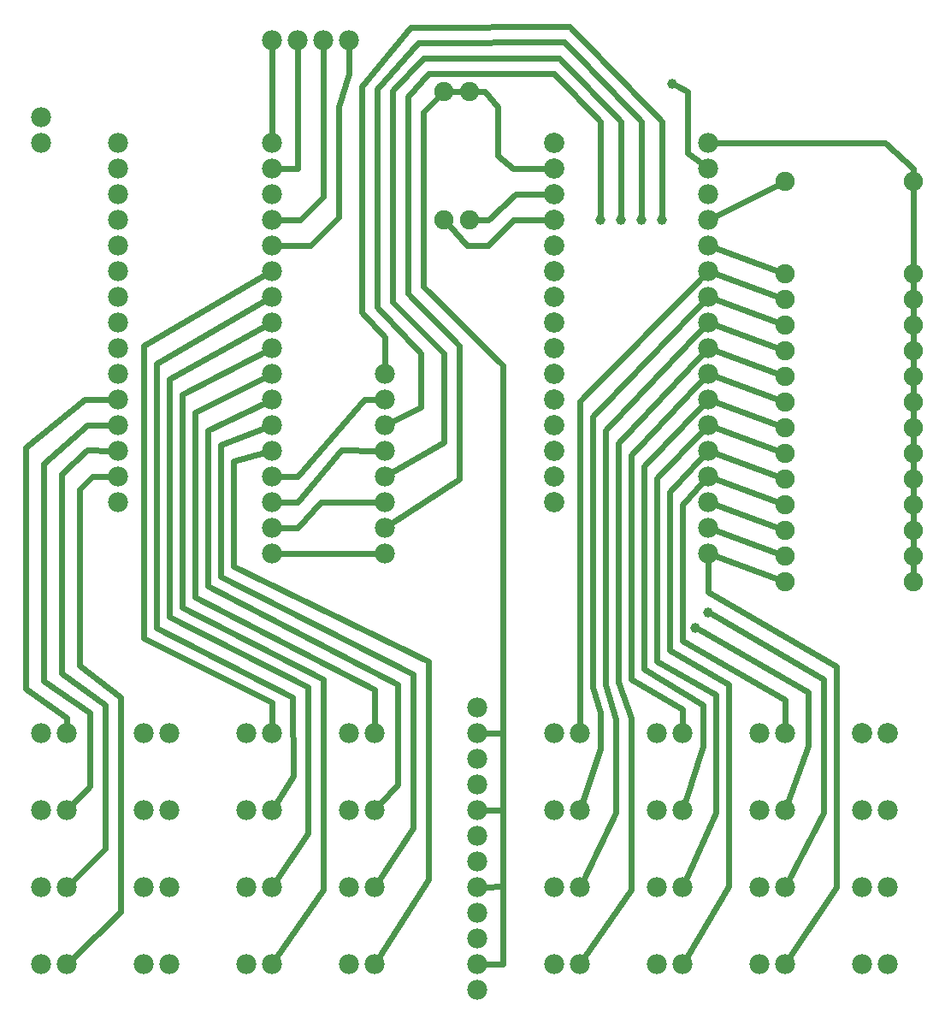
<source format=gtl>
G04 MADE WITH FRITZING*
G04 WWW.FRITZING.ORG*
G04 DOUBLE SIDED*
G04 HOLES PLATED*
G04 CONTOUR ON CENTER OF CONTOUR VECTOR*
%ASAXBY*%
%FSLAX23Y23*%
%MOIN*%
%OFA0B0*%
%SFA1.0B1.0*%
%ADD10C,0.039370*%
%ADD11C,0.078000*%
%ADD12C,0.079370*%
%ADD13C,0.075000*%
%ADD14C,0.024000*%
%LNCOPPER1*%
G90*
G70*
G54D10*
X2886Y1577D03*
X2836Y1517D03*
G54D11*
X1486Y3807D03*
X1386Y3807D03*
X1286Y3807D03*
X1186Y3807D03*
X1486Y207D03*
X1486Y207D03*
X1586Y207D03*
X1086Y807D03*
X1086Y807D03*
X1186Y807D03*
X286Y207D03*
X286Y207D03*
X386Y207D03*
X1086Y207D03*
X1086Y207D03*
X1186Y207D03*
X1086Y507D03*
X1086Y507D03*
X1186Y507D03*
X686Y207D03*
X686Y207D03*
X786Y207D03*
X686Y507D03*
X686Y507D03*
X786Y507D03*
X1086Y1107D03*
X1086Y1107D03*
X1186Y1107D03*
X1486Y1107D03*
X1486Y1107D03*
X1586Y1107D03*
X286Y1107D03*
X286Y1107D03*
X386Y1107D03*
X286Y807D03*
X286Y807D03*
X386Y807D03*
X686Y1107D03*
X686Y1107D03*
X786Y1107D03*
X686Y807D03*
X686Y807D03*
X786Y807D03*
X286Y507D03*
X286Y507D03*
X386Y507D03*
X1626Y1907D03*
X1626Y1907D03*
X1626Y1807D03*
X1626Y2107D03*
X1626Y2107D03*
X1626Y2007D03*
X1626Y2307D03*
X1626Y2307D03*
X1626Y2207D03*
X286Y3407D03*
X286Y3407D03*
X286Y3507D03*
X1626Y2507D03*
X1626Y2507D03*
X1626Y2407D03*
X1486Y807D03*
X1486Y807D03*
X1586Y807D03*
X1486Y507D03*
X1486Y507D03*
X1586Y507D03*
X3486Y207D03*
X3486Y207D03*
X3586Y207D03*
X3486Y507D03*
X3486Y507D03*
X3586Y507D03*
X3486Y807D03*
X3486Y807D03*
X3586Y807D03*
G54D12*
X3486Y1107D03*
X3486Y1107D03*
X3586Y1107D03*
G54D11*
X3086Y207D03*
X3086Y207D03*
X3186Y207D03*
X3086Y507D03*
X3086Y507D03*
X3186Y507D03*
X3086Y807D03*
X3086Y807D03*
X3186Y807D03*
X3086Y1107D03*
X3086Y1107D03*
X3186Y1107D03*
X2686Y207D03*
X2686Y207D03*
X2786Y207D03*
X2686Y507D03*
X2686Y507D03*
X2786Y507D03*
X2686Y807D03*
X2686Y807D03*
X2786Y807D03*
X2686Y1107D03*
X2686Y1107D03*
X2786Y1107D03*
X2286Y207D03*
X2286Y207D03*
X2386Y207D03*
X2286Y507D03*
X2286Y507D03*
X2386Y507D03*
X2286Y807D03*
X2286Y807D03*
X2386Y807D03*
X2286Y1107D03*
X2286Y1107D03*
X2386Y1107D03*
X1186Y3407D03*
X1186Y3307D03*
X1186Y3207D03*
X1186Y3107D03*
X1186Y3007D03*
X1186Y2907D03*
X1186Y2807D03*
X1186Y2707D03*
X1186Y2607D03*
X1186Y2507D03*
X1186Y2407D03*
X1186Y2307D03*
X1186Y2207D03*
X1186Y2107D03*
X1186Y2007D03*
X1186Y1907D03*
X1186Y1807D03*
X586Y3407D03*
X586Y3307D03*
X586Y3207D03*
X586Y3107D03*
X586Y3007D03*
X586Y2907D03*
X586Y2807D03*
X586Y2707D03*
X586Y2607D03*
X586Y2507D03*
X586Y2407D03*
X586Y2307D03*
X586Y2207D03*
X586Y2107D03*
X586Y2007D03*
G54D12*
X2286Y3407D03*
X2286Y3307D03*
X2286Y3207D03*
X2286Y3107D03*
X2286Y3007D03*
X2286Y2907D03*
X2286Y2807D03*
X2286Y2707D03*
X2286Y2607D03*
X2286Y2507D03*
X2286Y2407D03*
X2286Y2307D03*
X2286Y2207D03*
X2286Y2107D03*
X2286Y2007D03*
G54D11*
X2886Y3407D03*
X2886Y3307D03*
X2886Y3207D03*
X2886Y3107D03*
X2886Y3007D03*
X2886Y2907D03*
X2886Y2807D03*
X2886Y2707D03*
X2886Y2607D03*
X2886Y2507D03*
X2886Y2407D03*
X2886Y2307D03*
X2886Y2207D03*
X2886Y2107D03*
X2886Y2007D03*
X2886Y1907D03*
X2886Y1807D03*
G54D13*
X1956Y3607D03*
X1956Y3107D03*
X1856Y3607D03*
X1856Y3107D03*
X3186Y3257D03*
X3686Y3257D03*
X3186Y2897D03*
X3686Y2897D03*
X3186Y1697D03*
X3686Y1697D03*
X3186Y1997D03*
X3686Y1997D03*
X3186Y2797D03*
X3686Y2797D03*
X3186Y2697D03*
X3686Y2697D03*
X3186Y2597D03*
X3686Y2597D03*
X3186Y2497D03*
X3686Y2497D03*
X3186Y2397D03*
X3686Y2397D03*
X3186Y2297D03*
X3686Y2297D03*
X3186Y2197D03*
X3686Y2197D03*
X3186Y2097D03*
X3686Y2097D03*
X3186Y1897D03*
X3686Y1897D03*
X3186Y1797D03*
X3686Y1797D03*
G54D11*
X1986Y607D03*
X1986Y507D03*
X1986Y407D03*
X1986Y307D03*
X1986Y207D03*
X1986Y107D03*
X1986Y907D03*
X1986Y807D03*
X1986Y707D03*
X1986Y1207D03*
X1986Y1107D03*
X1986Y1007D03*
G54D10*
X2466Y3107D03*
X2546Y3107D03*
X2626Y3107D03*
X2706Y3107D03*
X2746Y3637D03*
G54D14*
X1286Y3307D02*
X1216Y3307D01*
D02*
X1286Y3777D02*
X1286Y3307D01*
D02*
X1186Y3777D02*
X1186Y3437D01*
D02*
X3276Y1267D02*
X2853Y1508D01*
D02*
X2806Y3367D02*
X2862Y3325D01*
D02*
X3577Y3407D02*
X2916Y3407D01*
D02*
X1386Y3197D02*
X1296Y3106D01*
D02*
X1446Y3117D02*
X1336Y3007D01*
D02*
X1446Y3547D02*
X1446Y3117D01*
D02*
X1486Y3677D02*
X1446Y3547D01*
D02*
X1296Y3106D02*
X1216Y3107D01*
D02*
X1336Y3007D02*
X1216Y3007D01*
D02*
X1486Y3777D02*
X1486Y3677D01*
D02*
X1386Y3777D02*
X1386Y3197D01*
D02*
X3686Y3305D02*
X3577Y3407D01*
D02*
X2915Y2597D02*
X3159Y2507D01*
D02*
X2915Y2697D02*
X3159Y2607D01*
D02*
X2915Y2797D02*
X3159Y2707D01*
D02*
X2915Y2897D02*
X3159Y2807D01*
D02*
X3686Y3286D02*
X3686Y3305D01*
D02*
X3686Y2626D02*
X3686Y2668D01*
D02*
X3686Y2726D02*
X3686Y2768D01*
D02*
X2915Y1797D02*
X3159Y1707D01*
D02*
X2915Y1897D02*
X3159Y1807D01*
D02*
X2915Y1997D02*
X3159Y1907D01*
D02*
X2915Y2097D02*
X3159Y2007D01*
D02*
X2915Y2197D02*
X3159Y2107D01*
D02*
X2915Y2297D02*
X3159Y2207D01*
D02*
X2915Y2397D02*
X3159Y2307D01*
D02*
X2915Y2497D02*
X3159Y2407D01*
D02*
X3686Y1926D02*
X3686Y1968D01*
D02*
X3686Y2026D02*
X3686Y2068D01*
D02*
X3686Y2126D02*
X3686Y2168D01*
D02*
X3686Y2226D02*
X3686Y2268D01*
D02*
X3686Y2326D02*
X3686Y2368D01*
D02*
X3686Y2426D02*
X3686Y2468D01*
D02*
X3686Y2526D02*
X3686Y2568D01*
D02*
X2436Y1287D02*
X2466Y1187D01*
D02*
X2466Y1187D02*
X2466Y1047D01*
D02*
X2466Y1047D02*
X2396Y836D01*
D02*
X2436Y2338D02*
X2436Y1287D01*
D02*
X2386Y2398D02*
X2386Y1137D01*
D02*
X2865Y2785D02*
X2436Y2338D01*
D02*
X2865Y2886D02*
X2386Y2398D01*
D02*
X3686Y1726D02*
X3686Y1768D01*
D02*
X3686Y1826D02*
X3686Y1868D01*
D02*
X2686Y2098D02*
X2686Y1387D01*
D02*
X2686Y1387D02*
X2917Y1257D01*
D02*
X2917Y1257D02*
X2916Y797D01*
D02*
X2916Y797D02*
X2799Y535D01*
D02*
X2865Y2285D02*
X2686Y2098D01*
D02*
X2637Y2147D02*
X2637Y1357D01*
D02*
X2637Y1357D02*
X2866Y1217D01*
D02*
X2866Y1217D02*
X2867Y1056D01*
D02*
X2867Y1056D02*
X2796Y836D01*
D02*
X2865Y2385D02*
X2637Y2147D01*
D02*
X2586Y2188D02*
X2587Y1317D01*
D02*
X2587Y1317D02*
X2786Y1198D01*
D02*
X2786Y1198D02*
X2786Y1137D01*
D02*
X2866Y2485D02*
X2586Y2188D01*
D02*
X2536Y1307D02*
X2587Y1167D01*
D02*
X2486Y1297D02*
X2526Y1158D01*
D02*
X2526Y1158D02*
X2526Y796D01*
D02*
X2587Y1167D02*
X2586Y496D01*
D02*
X2526Y796D02*
X2399Y534D01*
D02*
X2586Y496D02*
X2403Y232D01*
D02*
X2536Y2237D02*
X2536Y1307D01*
D02*
X2487Y2287D02*
X2486Y1297D01*
D02*
X2866Y2585D02*
X2536Y2237D01*
D02*
X2866Y2685D02*
X2487Y2287D01*
D02*
X2736Y2047D02*
X2736Y1428D01*
D02*
X2787Y1997D02*
X2786Y1467D01*
D02*
X3387Y507D02*
X3203Y232D01*
D02*
X3386Y1367D02*
X3387Y507D01*
D02*
X2886Y1657D02*
X3386Y1367D01*
D02*
X2886Y1777D02*
X2886Y1657D01*
D02*
X3336Y797D02*
X3200Y534D01*
D02*
X3337Y1317D02*
X3336Y797D01*
D02*
X2903Y1568D02*
X3337Y1317D01*
D02*
X3276Y1267D02*
X3276Y1057D01*
D02*
X3276Y1057D02*
X3196Y835D01*
D02*
X2786Y1467D02*
X3187Y1237D01*
D02*
X3187Y1237D02*
X3186Y1137D01*
D02*
X2866Y2085D02*
X2787Y1997D01*
D02*
X2736Y1428D02*
X2967Y1297D01*
D02*
X2967Y1297D02*
X2967Y508D01*
D02*
X2967Y508D02*
X2802Y233D01*
D02*
X2866Y2185D02*
X2736Y2047D01*
D02*
X2126Y3106D02*
X2028Y3007D01*
D02*
X2136Y3207D02*
X2028Y3107D01*
D02*
X2028Y3107D02*
X1985Y3107D01*
D02*
X2028Y3007D02*
X1946Y3007D01*
D02*
X1946Y3007D02*
X1875Y3086D01*
D02*
X1776Y3527D02*
X1836Y3587D01*
D02*
X2087Y806D02*
X2016Y807D01*
D02*
X2087Y1107D02*
X2087Y806D01*
D02*
X1776Y2846D02*
X1776Y3527D01*
D02*
X2087Y2538D02*
X1776Y2846D01*
D02*
X2087Y1107D02*
X2087Y2538D01*
D02*
X2016Y1107D02*
X2087Y1107D01*
D02*
X2256Y3107D02*
X2126Y3106D01*
D02*
X2256Y3207D02*
X2136Y3207D01*
D02*
X1885Y3607D02*
X1928Y3607D01*
D02*
X2126Y3307D02*
X2256Y3307D01*
D02*
X1985Y3607D02*
X2017Y3607D01*
D02*
X2017Y3607D02*
X2067Y3547D01*
D02*
X2067Y3547D02*
X2067Y3357D01*
D02*
X2067Y3357D02*
X2126Y3307D01*
D02*
X2913Y3121D02*
X3161Y3244D01*
D02*
X2915Y2997D02*
X3159Y2907D01*
D02*
X3686Y2826D02*
X3686Y2868D01*
D02*
X3686Y3228D02*
X3686Y2926D01*
D02*
X2087Y207D02*
X2016Y207D01*
D02*
X2087Y508D02*
X2087Y207D01*
D02*
X2087Y508D02*
X2016Y507D01*
D02*
X2087Y806D02*
X2087Y508D01*
D02*
X1216Y2107D02*
X1287Y2106D01*
D02*
X1216Y2007D02*
X1287Y2007D01*
D02*
X1216Y1907D02*
X1287Y1907D01*
D02*
X1216Y1807D02*
X1596Y1807D01*
D02*
X1376Y2007D02*
X1596Y2007D01*
D02*
X1456Y2208D02*
X1596Y2207D01*
D02*
X1287Y2007D02*
X1456Y2208D01*
D02*
X1287Y1907D02*
X1376Y2007D01*
D02*
X1627Y2648D02*
X1537Y2746D01*
D02*
X1766Y2376D02*
X1766Y2587D01*
D02*
X1537Y2746D02*
X1537Y3626D01*
D02*
X1537Y3626D02*
X1727Y3857D01*
D02*
X1727Y3857D02*
X2346Y3858D01*
D02*
X2346Y3858D02*
X2706Y3488D01*
D02*
X2706Y3488D02*
X2706Y3126D01*
D02*
X1626Y2537D02*
X1627Y2648D01*
D02*
X1766Y2587D02*
X1596Y2766D01*
D02*
X1596Y2766D02*
X1597Y3617D01*
D02*
X1597Y3617D02*
X1756Y3796D01*
D02*
X1756Y3796D02*
X2326Y3798D01*
D02*
X2326Y3798D02*
X2626Y3488D01*
D02*
X2626Y3488D02*
X2626Y3126D01*
D02*
X1653Y2320D02*
X1766Y2376D01*
D02*
X1856Y2238D02*
X1856Y2587D01*
D02*
X1856Y2587D02*
X1656Y2787D01*
D02*
X1656Y2787D02*
X1657Y3608D01*
D02*
X1657Y3608D02*
X1777Y3737D01*
D02*
X1777Y3737D02*
X2307Y3737D01*
D02*
X2307Y3737D02*
X2546Y3488D01*
D02*
X2546Y3488D02*
X2546Y3126D01*
D02*
X1652Y2122D02*
X1856Y2238D01*
D02*
X1916Y2097D02*
X1917Y2617D01*
D02*
X1917Y2617D02*
X1717Y2818D01*
D02*
X1717Y2818D02*
X1716Y3587D01*
D02*
X1716Y3587D02*
X1796Y3677D01*
D02*
X1796Y3677D02*
X2286Y3677D01*
D02*
X2286Y3677D02*
X2466Y3488D01*
D02*
X2466Y3488D02*
X2466Y3126D01*
D02*
X1651Y1924D02*
X1916Y2097D01*
D02*
X226Y2218D02*
X226Y1278D01*
D02*
X386Y1167D02*
X386Y1137D01*
D02*
X296Y2156D02*
X296Y1308D01*
D02*
X366Y2116D02*
X467Y2208D01*
D02*
X467Y2208D02*
X556Y2207D01*
D02*
X366Y1338D02*
X366Y2116D01*
D02*
X537Y1216D02*
X366Y1338D01*
D02*
X537Y657D02*
X537Y1216D01*
D02*
X408Y528D02*
X537Y657D01*
D02*
X477Y898D02*
X408Y828D01*
D02*
X477Y1187D02*
X477Y898D01*
D02*
X296Y1308D02*
X477Y1187D01*
D02*
X467Y2307D02*
X296Y2156D01*
D02*
X556Y2307D02*
X467Y2307D01*
D02*
X226Y1278D02*
X386Y1167D01*
D02*
X457Y2407D02*
X226Y2218D01*
D02*
X556Y2407D02*
X457Y2407D01*
D02*
X2806Y3607D02*
X2806Y3367D01*
D02*
X2763Y3629D02*
X2806Y3607D01*
D02*
X1547Y2407D02*
X1596Y2407D01*
D02*
X1287Y2106D02*
X1547Y2407D01*
D02*
X836Y2427D02*
X836Y1597D01*
D02*
X936Y2287D02*
X936Y1678D01*
D02*
X1036Y2167D02*
X1157Y2199D01*
D02*
X1036Y1757D02*
X1036Y2167D01*
D02*
X1797Y1386D02*
X1036Y1757D01*
D02*
X1796Y537D02*
X1797Y1386D01*
D02*
X1602Y232D02*
X1796Y537D01*
D02*
X987Y2228D02*
X1158Y2296D01*
D02*
X987Y1717D02*
X987Y2228D01*
D02*
X1736Y1337D02*
X987Y1717D01*
D02*
X1736Y737D02*
X1736Y1337D01*
D02*
X1603Y532D02*
X1736Y737D01*
D02*
X1676Y907D02*
X1606Y829D01*
D02*
X1676Y1297D02*
X1676Y907D01*
D02*
X936Y1678D02*
X1676Y1297D01*
D02*
X1159Y2394D02*
X936Y2287D01*
D02*
X887Y2356D02*
X1159Y2494D01*
D02*
X886Y1637D02*
X887Y2356D01*
D02*
X1586Y1277D02*
X886Y1637D01*
D02*
X1586Y1137D02*
X1586Y1277D01*
D02*
X1386Y496D02*
X1203Y232D01*
D02*
X1386Y1317D02*
X1386Y496D01*
D02*
X836Y1597D02*
X1386Y1317D01*
D02*
X1160Y2593D02*
X836Y2427D01*
D02*
X1326Y717D02*
X1326Y1287D01*
D02*
X1326Y1287D02*
X787Y1558D01*
D02*
X787Y1558D02*
X787Y2487D01*
D02*
X787Y2487D02*
X1160Y2693D01*
D02*
X1203Y532D02*
X1326Y717D01*
D02*
X1268Y938D02*
X1202Y833D01*
D02*
X1266Y1247D02*
X1268Y938D01*
D02*
X736Y1517D02*
X1266Y1247D01*
D02*
X737Y2547D02*
X736Y1517D01*
D02*
X1160Y2792D02*
X737Y2547D01*
D02*
X686Y2617D02*
X686Y1477D01*
D02*
X1160Y2892D02*
X686Y2617D01*
D02*
X686Y1477D02*
X1187Y1227D01*
D02*
X1187Y1227D02*
X1186Y1137D01*
D02*
X437Y2057D02*
X437Y1368D01*
D02*
X597Y408D02*
X408Y228D01*
D02*
X597Y1246D02*
X597Y408D01*
D02*
X437Y1368D02*
X597Y1246D01*
D02*
X487Y2106D02*
X437Y2057D01*
D02*
X556Y2107D02*
X487Y2106D01*
G04 End of Copper1*
M02*
</source>
